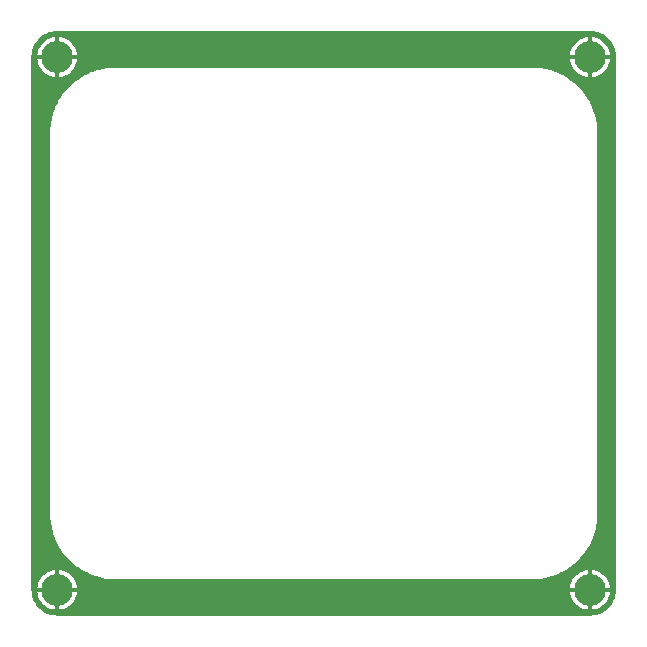
<source format=gbr>
%TF.GenerationSoftware,KiCad,Pcbnew,9.0.5-9.0.5~ubuntu24.04.1*%
%TF.CreationDate,2025-11-02T13:07:44+08:00*%
%TF.ProjectId,TPS,5450532e-6b69-4636-9164-5f7063625858,rev?*%
%TF.SameCoordinates,Original*%
%TF.FileFunction,Copper,L2,Bot*%
%TF.FilePolarity,Positive*%
%FSLAX46Y46*%
G04 Gerber Fmt 4.6, Leading zero omitted, Abs format (unit mm)*
G04 Created by KiCad (PCBNEW 9.0.5-9.0.5~ubuntu24.04.1) date 2025-11-02 13:07:44*
%MOMM*%
%LPD*%
G01*
G04 APERTURE LIST*
%TA.AperFunction,ComponentPad*%
%ADD10C,2.700000*%
%TD*%
G04 APERTURE END LIST*
D10*
%TO.P,H10,1,1*%
%TO.N,GND*%
X85775000Y-57886000D03*
%TD*%
%TO.P,H9,1,1*%
%TO.N,GND*%
X40661000Y-103000000D03*
%TD*%
%TO.P,H8,1,1*%
%TO.N,GND*%
X40661000Y-57886000D03*
%TD*%
%TO.P,H11,1,1*%
%TO.N,GND*%
X85775000Y-103000000D03*
%TD*%
%TA.AperFunction,Conductor*%
%TO.N,GND*%
G36*
X85778736Y-55686726D02*
G01*
X86011068Y-55700779D01*
X86019729Y-55701611D01*
X86071126Y-55708377D01*
X86077239Y-55709339D01*
X86279220Y-55746353D01*
X86288960Y-55748547D01*
X86332404Y-55760187D01*
X86337176Y-55761569D01*
X86540605Y-55824961D01*
X86551158Y-55828782D01*
X86578927Y-55840284D01*
X86582340Y-55841757D01*
X86790319Y-55935360D01*
X86803575Y-55942318D01*
X86889020Y-55993971D01*
X87018045Y-56071970D01*
X87030356Y-56080468D01*
X87175739Y-56194368D01*
X87227636Y-56235027D01*
X87238844Y-56244957D01*
X87416042Y-56422155D01*
X87425972Y-56433363D01*
X87454257Y-56469466D01*
X87560549Y-56605138D01*
X87580527Y-56630637D01*
X87589033Y-56642960D01*
X87718680Y-56857422D01*
X87725639Y-56870681D01*
X87819229Y-57078632D01*
X87820714Y-57082071D01*
X87832216Y-57109840D01*
X87836040Y-57120401D01*
X87899421Y-57323795D01*
X87900811Y-57328594D01*
X87912451Y-57372038D01*
X87914645Y-57381778D01*
X87951655Y-57583735D01*
X87952625Y-57589902D01*
X87959385Y-57641249D01*
X87960220Y-57649946D01*
X87974274Y-57882263D01*
X87974500Y-57889751D01*
X87974500Y-102996248D01*
X87974274Y-103003736D01*
X87960220Y-103236052D01*
X87959385Y-103244749D01*
X87952625Y-103296096D01*
X87951655Y-103302263D01*
X87914645Y-103504220D01*
X87912451Y-103513960D01*
X87900811Y-103557404D01*
X87899421Y-103562203D01*
X87836040Y-103765597D01*
X87832216Y-103776158D01*
X87820714Y-103803927D01*
X87819229Y-103807366D01*
X87725639Y-104015317D01*
X87718680Y-104028576D01*
X87589033Y-104243039D01*
X87580527Y-104255362D01*
X87425972Y-104452636D01*
X87416042Y-104463844D01*
X87238844Y-104641042D01*
X87227636Y-104650972D01*
X87030362Y-104805527D01*
X87018039Y-104814033D01*
X86803576Y-104943680D01*
X86790317Y-104950639D01*
X86582366Y-105044229D01*
X86578927Y-105045714D01*
X86551158Y-105057216D01*
X86540597Y-105061040D01*
X86337203Y-105124421D01*
X86332404Y-105125811D01*
X86288960Y-105137451D01*
X86279220Y-105139645D01*
X86077263Y-105176655D01*
X86071096Y-105177625D01*
X86019749Y-105184385D01*
X86011052Y-105185220D01*
X85787202Y-105198761D01*
X85778735Y-105199274D01*
X85771249Y-105199500D01*
X40664751Y-105199500D01*
X40657264Y-105199274D01*
X40647971Y-105198711D01*
X40424946Y-105185220D01*
X40416249Y-105184385D01*
X40364902Y-105177625D01*
X40358735Y-105176655D01*
X40156778Y-105139645D01*
X40147038Y-105137451D01*
X40103594Y-105125811D01*
X40098795Y-105124421D01*
X39895401Y-105061040D01*
X39884840Y-105057216D01*
X39857071Y-105045714D01*
X39853632Y-105044229D01*
X39645681Y-104950639D01*
X39632422Y-104943680D01*
X39417960Y-104814033D01*
X39405637Y-104805527D01*
X39208363Y-104650972D01*
X39197155Y-104641042D01*
X39019957Y-104463844D01*
X39010027Y-104452636D01*
X38875456Y-104280869D01*
X38855468Y-104255356D01*
X38846970Y-104243045D01*
X38744122Y-104072914D01*
X38717318Y-104028575D01*
X38710359Y-104015316D01*
X38616757Y-103807340D01*
X38615284Y-103803927D01*
X38603782Y-103776158D01*
X38599958Y-103765597D01*
X38596189Y-103753502D01*
X38536569Y-103562176D01*
X38535187Y-103557404D01*
X38523547Y-103513960D01*
X38521353Y-103504220D01*
X38489860Y-103332367D01*
X38484339Y-103302239D01*
X38483377Y-103296126D01*
X38476611Y-103244729D01*
X38475779Y-103236065D01*
X38461726Y-103003736D01*
X38461500Y-102996249D01*
X38461500Y-102825000D01*
X38969370Y-102825000D01*
X39575006Y-102825000D01*
X39561000Y-102913428D01*
X39561000Y-103086572D01*
X39575006Y-103175000D01*
X38969370Y-103175000D01*
X38990085Y-103332354D01*
X38990088Y-103332367D01*
X39047763Y-103547618D01*
X39133045Y-103753502D01*
X39133054Y-103753520D01*
X39244464Y-103946491D01*
X39244466Y-103946495D01*
X39380130Y-104123293D01*
X39380138Y-104123302D01*
X39537698Y-104280862D01*
X39537706Y-104280869D01*
X39714504Y-104416533D01*
X39714508Y-104416535D01*
X39907479Y-104527945D01*
X39907497Y-104527954D01*
X40113381Y-104613236D01*
X40328632Y-104670911D01*
X40328645Y-104670914D01*
X40486000Y-104691629D01*
X40486000Y-104085994D01*
X40574428Y-104100000D01*
X40747572Y-104100000D01*
X40836000Y-104085994D01*
X40836000Y-104691628D01*
X40993354Y-104670914D01*
X40993367Y-104670911D01*
X41208618Y-104613236D01*
X41414502Y-104527954D01*
X41414520Y-104527945D01*
X41607491Y-104416535D01*
X41607495Y-104416533D01*
X41784293Y-104280869D01*
X41784302Y-104280862D01*
X41941862Y-104123302D01*
X41941869Y-104123293D01*
X42077533Y-103946495D01*
X42077535Y-103946491D01*
X42188945Y-103753520D01*
X42188954Y-103753502D01*
X42274236Y-103547618D01*
X42331911Y-103332367D01*
X42331914Y-103332354D01*
X42352630Y-103175000D01*
X41746994Y-103175000D01*
X41761000Y-103086572D01*
X41761000Y-102913428D01*
X41746994Y-102825000D01*
X42352629Y-102825000D01*
X84083370Y-102825000D01*
X84689006Y-102825000D01*
X84675000Y-102913428D01*
X84675000Y-103086572D01*
X84689006Y-103175000D01*
X84083370Y-103175000D01*
X84104085Y-103332354D01*
X84104088Y-103332367D01*
X84161763Y-103547618D01*
X84247045Y-103753502D01*
X84247054Y-103753520D01*
X84358464Y-103946491D01*
X84358466Y-103946495D01*
X84494130Y-104123293D01*
X84494138Y-104123302D01*
X84651698Y-104280862D01*
X84651706Y-104280869D01*
X84828504Y-104416533D01*
X84828508Y-104416535D01*
X85021479Y-104527945D01*
X85021497Y-104527954D01*
X85227381Y-104613236D01*
X85442632Y-104670911D01*
X85442645Y-104670914D01*
X85600000Y-104691629D01*
X85600000Y-104085994D01*
X85688428Y-104100000D01*
X85861572Y-104100000D01*
X85950000Y-104085994D01*
X85950000Y-104691628D01*
X86107354Y-104670914D01*
X86107367Y-104670911D01*
X86322618Y-104613236D01*
X86528502Y-104527954D01*
X86528520Y-104527945D01*
X86721491Y-104416535D01*
X86721495Y-104416533D01*
X86898293Y-104280869D01*
X86898302Y-104280862D01*
X87055862Y-104123302D01*
X87055869Y-104123293D01*
X87191533Y-103946495D01*
X87191535Y-103946491D01*
X87302945Y-103753520D01*
X87302954Y-103753502D01*
X87388236Y-103547618D01*
X87445911Y-103332367D01*
X87445914Y-103332354D01*
X87466630Y-103175000D01*
X86860994Y-103175000D01*
X86875000Y-103086572D01*
X86875000Y-102913428D01*
X86860994Y-102825000D01*
X87466629Y-102825000D01*
X87445914Y-102667645D01*
X87445911Y-102667632D01*
X87388236Y-102452381D01*
X87302954Y-102246497D01*
X87302945Y-102246479D01*
X87191535Y-102053508D01*
X87191533Y-102053504D01*
X87055869Y-101876706D01*
X87055862Y-101876698D01*
X86898302Y-101719138D01*
X86898293Y-101719130D01*
X86721495Y-101583466D01*
X86721491Y-101583464D01*
X86528520Y-101472054D01*
X86528502Y-101472045D01*
X86322618Y-101386763D01*
X86107367Y-101329088D01*
X86107356Y-101329086D01*
X85950000Y-101308368D01*
X85950000Y-101914005D01*
X85861572Y-101900000D01*
X85688428Y-101900000D01*
X85600000Y-101914005D01*
X85600000Y-101308368D01*
X85599999Y-101308368D01*
X85442643Y-101329086D01*
X85442632Y-101329088D01*
X85227381Y-101386763D01*
X85021497Y-101472045D01*
X85021479Y-101472054D01*
X84828508Y-101583464D01*
X84828504Y-101583466D01*
X84651706Y-101719130D01*
X84494130Y-101876706D01*
X84358466Y-102053504D01*
X84358464Y-102053508D01*
X84247054Y-102246479D01*
X84247045Y-102246497D01*
X84161763Y-102452381D01*
X84104088Y-102667632D01*
X84104085Y-102667645D01*
X84083370Y-102825000D01*
X42352629Y-102825000D01*
X42331914Y-102667645D01*
X42331911Y-102667632D01*
X42274236Y-102452381D01*
X42188954Y-102246497D01*
X42188945Y-102246479D01*
X42077535Y-102053508D01*
X42077533Y-102053504D01*
X41941869Y-101876706D01*
X41941862Y-101876698D01*
X41784302Y-101719138D01*
X41784293Y-101719130D01*
X41607495Y-101583466D01*
X41607491Y-101583464D01*
X41414520Y-101472054D01*
X41414502Y-101472045D01*
X41208618Y-101386763D01*
X40993367Y-101329088D01*
X40993356Y-101329086D01*
X40836000Y-101308368D01*
X40836000Y-101914005D01*
X40747572Y-101900000D01*
X40574428Y-101900000D01*
X40486000Y-101914005D01*
X40486000Y-101308368D01*
X40328643Y-101329086D01*
X40328632Y-101329088D01*
X40113381Y-101386763D01*
X39907497Y-101472045D01*
X39907479Y-101472054D01*
X39714508Y-101583464D01*
X39714504Y-101583466D01*
X39537706Y-101719130D01*
X39380130Y-101876706D01*
X39244466Y-102053504D01*
X39244464Y-102053508D01*
X39133054Y-102246479D01*
X39133045Y-102246497D01*
X39047763Y-102452381D01*
X38990088Y-102667632D01*
X38990085Y-102667645D01*
X38969370Y-102825000D01*
X38461500Y-102825000D01*
X38461500Y-64065487D01*
X40067500Y-64065487D01*
X40067500Y-96820512D01*
X40105072Y-97273942D01*
X40105073Y-97273948D01*
X40179964Y-97722748D01*
X40179965Y-97722752D01*
X40291665Y-98163844D01*
X40317303Y-98238528D01*
X40318694Y-98242579D01*
X40320058Y-98247670D01*
X40326824Y-98266259D01*
X40327218Y-98267407D01*
X40327219Y-98267410D01*
X40439401Y-98594183D01*
X40439402Y-98594185D01*
X40479212Y-98684944D01*
X40484242Y-98698762D01*
X40501628Y-98736047D01*
X40502202Y-98737355D01*
X40502202Y-98737356D01*
X40530612Y-98802124D01*
X40622175Y-99010866D01*
X40622178Y-99010872D01*
X40622180Y-99010875D01*
X40675373Y-99109169D01*
X40677142Y-99112439D01*
X40687116Y-99133827D01*
X40712655Y-99178063D01*
X40713495Y-99179614D01*
X40838728Y-99411023D01*
X40838735Y-99411034D01*
X40909308Y-99519054D01*
X40911188Y-99521932D01*
X40927137Y-99549556D01*
X40958475Y-99594311D01*
X40959579Y-99596001D01*
X41087592Y-99791938D01*
X41177960Y-99908044D01*
X41177959Y-99908044D01*
X41179896Y-99910533D01*
X41202478Y-99942783D01*
X41237260Y-99984235D01*
X41238684Y-99986064D01*
X41238689Y-99986070D01*
X41367058Y-100150999D01*
X41367063Y-100151004D01*
X41367067Y-100151009D01*
X41480970Y-100274740D01*
X41481571Y-100275393D01*
X41511043Y-100310516D01*
X41547063Y-100346536D01*
X41548790Y-100348412D01*
X41675233Y-100485766D01*
X41812585Y-100612207D01*
X41814460Y-100613933D01*
X41850484Y-100649957D01*
X41885605Y-100679427D01*
X41887695Y-100681351D01*
X42009990Y-100793932D01*
X42174932Y-100922312D01*
X42176749Y-100923727D01*
X42218217Y-100958522D01*
X42250469Y-100981105D01*
X42252946Y-100983033D01*
X42252946Y-100983034D01*
X42345568Y-101055122D01*
X42369054Y-101073402D01*
X42566660Y-101202504D01*
X42611444Y-101233863D01*
X42639079Y-101249818D01*
X42641929Y-101251680D01*
X42641930Y-101251681D01*
X42749959Y-101322260D01*
X42749958Y-101322260D01*
X42981395Y-101447508D01*
X42981394Y-101447508D01*
X42982899Y-101448322D01*
X43027173Y-101473884D01*
X43048578Y-101483865D01*
X43150134Y-101538825D01*
X43424913Y-101659354D01*
X43424936Y-101659364D01*
X43462238Y-101676758D01*
X43476048Y-101681784D01*
X43566815Y-101721598D01*
X43566824Y-101721601D01*
X43566828Y-101721603D01*
X43721554Y-101774720D01*
X43894739Y-101834174D01*
X43913330Y-101840942D01*
X43918431Y-101842308D01*
X43997166Y-101869338D01*
X44438248Y-101981035D01*
X44887047Y-102055926D01*
X44887054Y-102055926D01*
X44887057Y-102055927D01*
X45101740Y-102073716D01*
X45340498Y-102093500D01*
X45340502Y-102093500D01*
X81095498Y-102093500D01*
X81095502Y-102093500D01*
X81394511Y-102068723D01*
X81548942Y-102055927D01*
X81548943Y-102055926D01*
X81548953Y-102055926D01*
X81997752Y-101981035D01*
X82438834Y-101869338D01*
X82517568Y-101842308D01*
X82522670Y-101840942D01*
X82541283Y-101834167D01*
X82869185Y-101721598D01*
X82959956Y-101681782D01*
X82973762Y-101676758D01*
X83011016Y-101659385D01*
X83285866Y-101538825D01*
X83387428Y-101483861D01*
X83408827Y-101473884D01*
X83453100Y-101448322D01*
X83686031Y-101322266D01*
X83796933Y-101249809D01*
X83824556Y-101233863D01*
X83869332Y-101202508D01*
X84066946Y-101073402D01*
X84185529Y-100981104D01*
X84217783Y-100958522D01*
X84259249Y-100923727D01*
X84426009Y-100793933D01*
X84550404Y-100679418D01*
X84585516Y-100649957D01*
X84621525Y-100613946D01*
X84760766Y-100485766D01*
X84888946Y-100346525D01*
X84924957Y-100310516D01*
X84954418Y-100275404D01*
X85068933Y-100151009D01*
X85198725Y-99984251D01*
X85233522Y-99942783D01*
X85256104Y-99910529D01*
X85348402Y-99791946D01*
X85477508Y-99594332D01*
X85508863Y-99549556D01*
X85524811Y-99521932D01*
X85597266Y-99411031D01*
X85723329Y-99178086D01*
X85748884Y-99133827D01*
X85758857Y-99112436D01*
X85813825Y-99010866D01*
X85934385Y-98736016D01*
X85951758Y-98698762D01*
X85956782Y-98684956D01*
X85996598Y-98594185D01*
X86109177Y-98266252D01*
X86115942Y-98247670D01*
X86117309Y-98242563D01*
X86144338Y-98163834D01*
X86256035Y-97722752D01*
X86330926Y-97273953D01*
X86368500Y-96820502D01*
X86368500Y-96593000D01*
X86368500Y-96592500D01*
X86368500Y-64292793D01*
X86368500Y-64065498D01*
X86330926Y-63612047D01*
X86256035Y-63163248D01*
X86144338Y-62722166D01*
X86117308Y-62643431D01*
X86115942Y-62638330D01*
X86109174Y-62619739D01*
X86049720Y-62446554D01*
X85996603Y-62291828D01*
X85996600Y-62291822D01*
X85996598Y-62291815D01*
X85956784Y-62201048D01*
X85951758Y-62187238D01*
X85934364Y-62149936D01*
X85933805Y-62148662D01*
X85813825Y-61875134D01*
X85758860Y-61773569D01*
X85748884Y-61752173D01*
X85723319Y-61707893D01*
X85722524Y-61706424D01*
X85722508Y-61706395D01*
X85597260Y-61474958D01*
X85526681Y-61366930D01*
X85526680Y-61366929D01*
X85524818Y-61364079D01*
X85508863Y-61336444D01*
X85477494Y-61291644D01*
X85476400Y-61289970D01*
X85348402Y-61094054D01*
X85328505Y-61068491D01*
X85258033Y-60977945D01*
X85258033Y-60977946D01*
X85256105Y-60975469D01*
X85233522Y-60943217D01*
X85198727Y-60901749D01*
X85197312Y-60899932D01*
X85068932Y-60734990D01*
X84956351Y-60612695D01*
X84954426Y-60610604D01*
X84924957Y-60575484D01*
X84888933Y-60539460D01*
X84887207Y-60537585D01*
X84760766Y-60400233D01*
X84623412Y-60273790D01*
X84621536Y-60272063D01*
X84585516Y-60236043D01*
X84550393Y-60206571D01*
X84548294Y-60204639D01*
X84426009Y-60092067D01*
X84426004Y-60092063D01*
X84425999Y-60092058D01*
X84261070Y-59963689D01*
X84259240Y-59962265D01*
X84217783Y-59927478D01*
X84185538Y-59904900D01*
X84183069Y-59902978D01*
X84183044Y-59902960D01*
X84066938Y-59812592D01*
X83871002Y-59684579D01*
X83871002Y-59684580D01*
X83869319Y-59683480D01*
X83824556Y-59652137D01*
X83796932Y-59636188D01*
X83794054Y-59634308D01*
X83686034Y-59563735D01*
X83686023Y-59563728D01*
X83454615Y-59438495D01*
X83454615Y-59438496D01*
X83453075Y-59437663D01*
X83408827Y-59412116D01*
X83387439Y-59402142D01*
X83384169Y-59400373D01*
X83285875Y-59347180D01*
X83285866Y-59347175D01*
X83245146Y-59329313D01*
X83012355Y-59227201D01*
X83012355Y-59227202D01*
X83011047Y-59226628D01*
X82973762Y-59209242D01*
X82959944Y-59204212D01*
X82869185Y-59164402D01*
X82869186Y-59164402D01*
X82869183Y-59164401D01*
X82542410Y-59052219D01*
X82542407Y-59052218D01*
X82541259Y-59051824D01*
X82522670Y-59045058D01*
X82517580Y-59043694D01*
X82513540Y-59042307D01*
X82513533Y-59042305D01*
X82438844Y-59016665D01*
X82438839Y-59016663D01*
X82438834Y-59016662D01*
X81997752Y-58904965D01*
X81997748Y-58904964D01*
X81548948Y-58830073D01*
X81548942Y-58830072D01*
X81095512Y-58792500D01*
X81095502Y-58792500D01*
X80868207Y-58792500D01*
X45568500Y-58792500D01*
X45568000Y-58792500D01*
X45340498Y-58792500D01*
X45340487Y-58792500D01*
X44887057Y-58830072D01*
X44887051Y-58830073D01*
X44438251Y-58904964D01*
X44438247Y-58904965D01*
X44199398Y-58965449D01*
X43997166Y-59016662D01*
X43997163Y-59016662D01*
X43997155Y-59016665D01*
X43922475Y-59042300D01*
X43922476Y-59042301D01*
X43918412Y-59043696D01*
X43913330Y-59045058D01*
X43894756Y-59051818D01*
X43893627Y-59052206D01*
X43893625Y-59052206D01*
X43893623Y-59052207D01*
X43566806Y-59164404D01*
X43479703Y-59202611D01*
X43479702Y-59202612D01*
X43476035Y-59204220D01*
X43462238Y-59209242D01*
X43425071Y-59226573D01*
X43423699Y-59227175D01*
X43423677Y-59227186D01*
X43150131Y-59347176D01*
X43051826Y-59400375D01*
X43051825Y-59400374D01*
X43048532Y-59402156D01*
X43027173Y-59412116D01*
X42982937Y-59437655D01*
X42981386Y-59438495D01*
X42981373Y-59438502D01*
X42749992Y-59563720D01*
X42749949Y-59563745D01*
X42641945Y-59634307D01*
X42641946Y-59634308D01*
X42639068Y-59636188D01*
X42611444Y-59652137D01*
X42566666Y-59683490D01*
X42564970Y-59684599D01*
X42564967Y-59684599D01*
X42369063Y-59812591D01*
X42252959Y-59902956D01*
X42252958Y-59902955D01*
X42250436Y-59904917D01*
X42218217Y-59927478D01*
X42176763Y-59962261D01*
X42174940Y-59963681D01*
X42009991Y-60092067D01*
X41887689Y-60204652D01*
X41885575Y-60206597D01*
X41850484Y-60236043D01*
X41814465Y-60272061D01*
X41812576Y-60273801D01*
X41812574Y-60273801D01*
X41812574Y-60273802D01*
X41675236Y-60400231D01*
X41675231Y-60400236D01*
X41548802Y-60537574D01*
X41548801Y-60537576D01*
X41547061Y-60539465D01*
X41511043Y-60575484D01*
X41481603Y-60610569D01*
X41479657Y-60612683D01*
X41479652Y-60612689D01*
X41367067Y-60734991D01*
X41238681Y-60899940D01*
X41237262Y-60901763D01*
X41202478Y-60943217D01*
X41179907Y-60975450D01*
X41177967Y-60977944D01*
X41177956Y-60977959D01*
X41087591Y-61094063D01*
X40959598Y-61289969D01*
X40959599Y-61289970D01*
X40958490Y-61291666D01*
X40927137Y-61336444D01*
X40911188Y-61364068D01*
X40909308Y-61366946D01*
X40909305Y-61366948D01*
X40838745Y-61474949D01*
X40838720Y-61474992D01*
X40713502Y-61706373D01*
X40712654Y-61707938D01*
X40687116Y-61752173D01*
X40677156Y-61773532D01*
X40675387Y-61776801D01*
X40675375Y-61776826D01*
X40622176Y-61875131D01*
X40502186Y-62148677D01*
X40501595Y-62150023D01*
X40484242Y-62187238D01*
X40479219Y-62201036D01*
X40477612Y-62204702D01*
X40477610Y-62204703D01*
X40477611Y-62204703D01*
X40439404Y-62291806D01*
X40327207Y-62618623D01*
X40327206Y-62618627D01*
X40326817Y-62619757D01*
X40320058Y-62638330D01*
X40318697Y-62643408D01*
X40317303Y-62647469D01*
X40291665Y-62722155D01*
X40179965Y-63163247D01*
X40179964Y-63163251D01*
X40105073Y-63612051D01*
X40105072Y-63612057D01*
X40067500Y-64065487D01*
X38461500Y-64065487D01*
X38461500Y-57889750D01*
X38461726Y-57882263D01*
X38466737Y-57799428D01*
X38472085Y-57711000D01*
X38969370Y-57711000D01*
X39575006Y-57711000D01*
X39561000Y-57799428D01*
X39561000Y-57972572D01*
X39575006Y-58061000D01*
X38969370Y-58061000D01*
X38990085Y-58218354D01*
X38990088Y-58218367D01*
X39047763Y-58433618D01*
X39133045Y-58639502D01*
X39133054Y-58639520D01*
X39244464Y-58832491D01*
X39244466Y-58832495D01*
X39380130Y-59009293D01*
X39380138Y-59009302D01*
X39537698Y-59166862D01*
X39537706Y-59166869D01*
X39714504Y-59302533D01*
X39714508Y-59302535D01*
X39907479Y-59413945D01*
X39907497Y-59413954D01*
X40113381Y-59499236D01*
X40328632Y-59556911D01*
X40328645Y-59556914D01*
X40486000Y-59577629D01*
X40486000Y-58971994D01*
X40574428Y-58986000D01*
X40747572Y-58986000D01*
X40836000Y-58971994D01*
X40836000Y-59577628D01*
X40993354Y-59556914D01*
X40993367Y-59556911D01*
X41208618Y-59499236D01*
X41414502Y-59413954D01*
X41414520Y-59413945D01*
X41607491Y-59302535D01*
X41607495Y-59302533D01*
X41784293Y-59166869D01*
X41784302Y-59166862D01*
X41941862Y-59009302D01*
X41941869Y-59009293D01*
X42077533Y-58832495D01*
X42077535Y-58832491D01*
X42188945Y-58639520D01*
X42188954Y-58639502D01*
X42274236Y-58433618D01*
X42331911Y-58218367D01*
X42331914Y-58218354D01*
X42352630Y-58061000D01*
X41746994Y-58061000D01*
X41761000Y-57972572D01*
X41761000Y-57799428D01*
X41746994Y-57711000D01*
X42352629Y-57711000D01*
X84083370Y-57711000D01*
X84689006Y-57711000D01*
X84675000Y-57799428D01*
X84675000Y-57972572D01*
X84689006Y-58061000D01*
X84083370Y-58061000D01*
X84104085Y-58218354D01*
X84104088Y-58218367D01*
X84161763Y-58433618D01*
X84247045Y-58639502D01*
X84247054Y-58639520D01*
X84358464Y-58832491D01*
X84358466Y-58832495D01*
X84494130Y-59009293D01*
X84494138Y-59009302D01*
X84651698Y-59166862D01*
X84651706Y-59166869D01*
X84828504Y-59302533D01*
X84828508Y-59302535D01*
X85021479Y-59413945D01*
X85021497Y-59413954D01*
X85227381Y-59499236D01*
X85442632Y-59556911D01*
X85442645Y-59556914D01*
X85600000Y-59577629D01*
X85600000Y-58971994D01*
X85688428Y-58986000D01*
X85861572Y-58986000D01*
X85950000Y-58971994D01*
X85950000Y-59577628D01*
X86107354Y-59556914D01*
X86107367Y-59556911D01*
X86322618Y-59499236D01*
X86528502Y-59413954D01*
X86528520Y-59413945D01*
X86721491Y-59302535D01*
X86721495Y-59302533D01*
X86898293Y-59166869D01*
X86898302Y-59166862D01*
X87055862Y-59009302D01*
X87055869Y-59009293D01*
X87191533Y-58832495D01*
X87191535Y-58832491D01*
X87302945Y-58639520D01*
X87302954Y-58639502D01*
X87388236Y-58433618D01*
X87445911Y-58218367D01*
X87445914Y-58218354D01*
X87466630Y-58061000D01*
X86860994Y-58061000D01*
X86875000Y-57972572D01*
X86875000Y-57799428D01*
X86860994Y-57711000D01*
X87466629Y-57711000D01*
X87445914Y-57553645D01*
X87445911Y-57553632D01*
X87388236Y-57338381D01*
X87302954Y-57132497D01*
X87302945Y-57132479D01*
X87191535Y-56939508D01*
X87191533Y-56939504D01*
X87055869Y-56762706D01*
X87055862Y-56762698D01*
X86898302Y-56605138D01*
X86898293Y-56605130D01*
X86721495Y-56469466D01*
X86721491Y-56469464D01*
X86528520Y-56358054D01*
X86528502Y-56358045D01*
X86322618Y-56272763D01*
X86107367Y-56215088D01*
X86107356Y-56215086D01*
X85950000Y-56194368D01*
X85950000Y-56800005D01*
X85861572Y-56786000D01*
X85688428Y-56786000D01*
X85600000Y-56800005D01*
X85600000Y-56194368D01*
X85599999Y-56194368D01*
X85442643Y-56215086D01*
X85442632Y-56215088D01*
X85227381Y-56272763D01*
X85021497Y-56358045D01*
X85021479Y-56358054D01*
X84828508Y-56469464D01*
X84828504Y-56469466D01*
X84651706Y-56605130D01*
X84494130Y-56762706D01*
X84358466Y-56939504D01*
X84358464Y-56939508D01*
X84247054Y-57132479D01*
X84247045Y-57132497D01*
X84161763Y-57338381D01*
X84104088Y-57553632D01*
X84104085Y-57553645D01*
X84083370Y-57711000D01*
X42352629Y-57711000D01*
X42331914Y-57553645D01*
X42331911Y-57553632D01*
X42274236Y-57338381D01*
X42188954Y-57132497D01*
X42188945Y-57132479D01*
X42077535Y-56939508D01*
X42077533Y-56939504D01*
X41941869Y-56762706D01*
X41941862Y-56762698D01*
X41784302Y-56605138D01*
X41784293Y-56605130D01*
X41607495Y-56469466D01*
X41607491Y-56469464D01*
X41414520Y-56358054D01*
X41414502Y-56358045D01*
X41208618Y-56272763D01*
X40993367Y-56215088D01*
X40993356Y-56215086D01*
X40836000Y-56194368D01*
X40836000Y-56800005D01*
X40747572Y-56786000D01*
X40574428Y-56786000D01*
X40486000Y-56800005D01*
X40486000Y-56194368D01*
X40485999Y-56194368D01*
X40328643Y-56215086D01*
X40328632Y-56215088D01*
X40113381Y-56272763D01*
X39907497Y-56358045D01*
X39907479Y-56358054D01*
X39714508Y-56469464D01*
X39714504Y-56469466D01*
X39537706Y-56605130D01*
X39380130Y-56762706D01*
X39244466Y-56939504D01*
X39244464Y-56939508D01*
X39133054Y-57132479D01*
X39133045Y-57132497D01*
X39047763Y-57338381D01*
X38990088Y-57553632D01*
X38990085Y-57553645D01*
X38969370Y-57711000D01*
X38472085Y-57711000D01*
X38475779Y-57649928D01*
X38476610Y-57641275D01*
X38483379Y-57589861D01*
X38484337Y-57583772D01*
X38521355Y-57381769D01*
X38523547Y-57372038D01*
X38532565Y-57338381D01*
X38535195Y-57328564D01*
X38536560Y-57323850D01*
X38599965Y-57120379D01*
X38603777Y-57109853D01*
X38615307Y-57082017D01*
X38616736Y-57078707D01*
X38710367Y-56870666D01*
X38717312Y-56857433D01*
X38846975Y-56642946D01*
X38855462Y-56630650D01*
X39010034Y-56433354D01*
X39019949Y-56422163D01*
X39197163Y-56244949D01*
X39208354Y-56235034D01*
X39405650Y-56080462D01*
X39417946Y-56071975D01*
X39632433Y-55942312D01*
X39645666Y-55935367D01*
X39853707Y-55841736D01*
X39857017Y-55840307D01*
X39884853Y-55828777D01*
X39895379Y-55824965D01*
X40098850Y-55761560D01*
X40103564Y-55760195D01*
X40147038Y-55748547D01*
X40156769Y-55746355D01*
X40358772Y-55709337D01*
X40364861Y-55708379D01*
X40416275Y-55701610D01*
X40424925Y-55700780D01*
X40657264Y-55686726D01*
X40664751Y-55686500D01*
X85771249Y-55686500D01*
X85778736Y-55686726D01*
G37*
%TD.AperFunction*%
%TD*%
M02*

</source>
